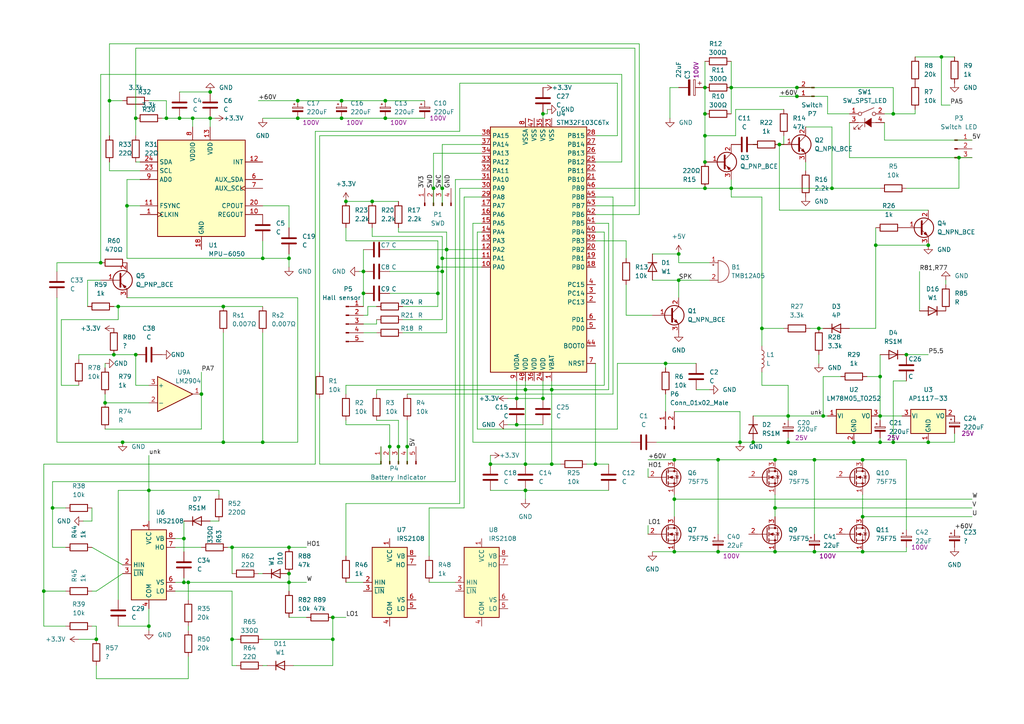
<source format=kicad_sch>
(kicad_sch (version 20211123) (generator eeschema)
  (paper "A4")
  (junction (at 196.85 81.28))
  (junction (at -19.05 92.71))
  (junction (at 204.47 46.99))
  (junction (at 255.27 120.65))
  (junction (at 15.24 147.32))
  (junction (at 53.34 168.91))
  (junction (at 43.18 142.24))
  (junction (at 231.14 25.4))
  (junction (at 195.58 144.78))
  (junction (at 152.4 134.62))
  (junction (at 226.06 41.91))
  (junction (at 142.24 134.62))
  (junction (at -66.04 81.28))
  (junction (at -19.05 128.27))
  (junction (at 34.29 88.9))
  (junction (at 58.42 114.3))
  (junction (at 160.02 113.03))
  (junction (at 208.28 160.02))
  (junction (at 149.86 123.19))
  (junction (at 195.58 160.02))
  (junction (at 67.31 158.75))
  (junction (at 76.2 128.27))
  (junction (at 54.61 168.91))
  (junction (at 157.48 33.02))
  (junction (at 241.3 54.61))
  (junction (at 86.36 34.29))
  (junction (at -87.63 124.46))
  (junction (at 64.77 128.27))
  (junction (at 86.36 29.21))
  (junction (at 127 85.09))
  (junction (at 212.09 54.61))
  (junction (at 99.06 34.29))
  (junction (at -31.75 92.71))
  (junction (at -66.04 92.71))
  (junction (at 29.21 76.2))
  (junction (at 160.02 134.62))
  (junction (at 228.6 120.65))
  (junction (at 269.24 128.27))
  (junction (at -64.77 121.92))
  (junction (at 224.79 147.32))
  (junction (at 83.82 166.37))
  (junction (at 204.47 39.37))
  (junction (at 214.63 128.27))
  (junction (at 273.05 16.51))
  (junction (at 259.08 128.27))
  (junction (at 129.54 72.39))
  (junction (at 48.26 34.29))
  (junction (at 236.22 160.02))
  (junction (at 127 77.47))
  (junction (at 60.96 34.29))
  (junction (at 255.27 128.27))
  (junction (at 196.85 73.66))
  (junction (at 27.94 185.42))
  (junction (at 115.57 129.54))
  (junction (at -77.47 92.71))
  (junction (at 76.2 74.93))
  (junction (at 247.65 128.27))
  (junction (at 237.49 95.25))
  (junction (at 204.47 25.4))
  (junction (at 31.75 29.21))
  (junction (at 212.09 25.4))
  (junction (at 33.02 102.87))
  (junction (at 254 71.12))
  (junction (at 128.27 74.93))
  (junction (at 193.04 105.41))
  (junction (at 96.52 179.07))
  (junction (at 157.48 115.57))
  (junction (at -43.18 123.19))
  (junction (at 172.72 134.62))
  (junction (at 128.27 54.61))
  (junction (at 67.31 185.42))
  (junction (at 96.52 185.42))
  (junction (at 262.89 102.87))
  (junction (at 250.19 149.86))
  (junction (at 224.79 160.02))
  (junction (at 218.44 128.27))
  (junction (at 12.7 171.45))
  (junction (at 152.4 142.24))
  (junction (at 100.33 58.42))
  (junction (at 195.58 133.35))
  (junction (at 152.4 113.03))
  (junction (at 231.14 27.94))
  (junction (at 220.98 95.25))
  (junction (at 208.28 133.35))
  (junction (at 64.77 88.9))
  (junction (at 228.6 128.27))
  (junction (at 278.13 45.72))
  (junction (at -86.36 76.2))
  (junction (at 55.88 34.29))
  (junction (at 105.41 78.74))
  (junction (at 83.82 168.91))
  (junction (at 224.79 133.35))
  (junction (at 269.24 71.12))
  (junction (at 53.34 156.21))
  (junction (at 83.82 158.75))
  (junction (at 99.06 29.21))
  (junction (at 39.37 34.29))
  (junction (at 60.96 26.67))
  (junction (at 128.27 78.74))
  (junction (at 113.03 129.54))
  (junction (at 236.22 133.35))
  (junction (at -64.77 129.54))
  (junction (at 105.41 85.09))
  (junction (at 111.76 34.29))
  (junction (at 83.82 74.93))
  (junction (at 250.19 133.35))
  (junction (at 111.76 29.21))
  (junction (at 204.47 54.61))
  (junction (at 204.47 33.02))
  (junction (at 107.95 58.42))
  (junction (at 149.86 115.57))
  (junction (at 238.76 120.65))
  (junction (at 255.27 109.22))
  (junction (at 39.37 102.87))
  (junction (at 43.18 181.61))
  (junction (at 52.07 34.29))
  (junction (at 36.83 59.69))
  (junction (at 250.19 160.02))
  (junction (at 118.11 129.54))
  (junction (at -66.04 73.66))
  (junction (at 30.48 116.84))
  (junction (at -19.05 120.65))
  (junction (at 125.73 54.61))
  (junction (at 259.08 33.02))
  (junction (at 35.56 128.27))
  (wire (pts (xy 39.37 111.76) (xy 43.18 111.76)))
  (wire (pts (xy 208.28 160.02) (xy 224.79 160.02)))
  (wire (pts (xy 111.76 29.21) (xy 123.19 29.21)))
  (wire (pts (xy 54.61 168.91) (xy 83.82 168.91)))
  (wire (pts (xy -34.29 115.57) (xy -43.18 115.57)))
  (wire (pts (xy 237.49 105.41) (xy 237.49 102.87)))
  (wire (pts (xy 34.29 88.9) (xy 64.77 88.9)))
  (wire (pts (xy 132.08 52.07) (xy 132.08 139.7)))
  (wire (pts (xy 109.22 114.3) (xy 109.22 113.03)))
  (wire (pts (xy 246.38 95.25) (xy 254 95.25)))
  (wire (pts (xy 128.27 78.74) (xy 128.27 92.71)))
  (wire (pts (xy 236.22 133.35) (xy 250.19 133.35)))
  (wire (pts (xy 105.41 93.98) (xy 109.22 93.98)))
  (wire (pts (xy -24.13 92.71) (xy -19.05 92.71)))
  (wire (pts (xy 22.86 185.42) (xy 27.94 185.42)))
  (wire (pts (xy 139.7 44.45) (xy 125.73 44.45)))
  (wire (pts (xy 36.83 86.36) (xy 86.36 86.36)))
  (wire (pts (xy 96.52 179.07) (xy 96.52 185.42)))
  (wire (pts (xy 128.27 54.61) (xy 128.27 59.69)))
  (wire (pts (xy 54.61 173.99) (xy 54.61 168.91)))
  (wire (pts (xy 196.85 86.36) (xy 196.85 81.28)))
  (wire (pts (xy 246.38 45.72) (xy 278.13 45.72)))
  (wire (pts (xy 50.8 156.21) (xy 53.34 156.21)))
  (wire (pts (xy 113.03 72.39) (xy 129.54 72.39)))
  (wire (pts (xy -77.47 107.95) (xy -66.04 107.95)))
  (wire (pts (xy 255.27 127) (xy 255.27 128.27)))
  (wire (pts (xy 177.8 57.15) (xy 172.72 57.15)))
  (wire (pts (xy -80.01 119.38) (xy -80.01 116.84)))
  (wire (pts (xy 220.98 57.15) (xy 220.98 95.25)))
  (wire (pts (xy 58.42 124.46) (xy 58.42 114.3)))
  (wire (pts (xy 195.58 119.38) (xy 214.63 119.38)))
  (wire (pts (xy 139.7 41.91) (xy 128.27 41.91)))
  (wire (pts (xy 137.16 128.27) (xy 182.88 128.27)))
  (wire (pts (xy -19.05 92.71) (xy -17.78 92.71)))
  (wire (pts (xy 30.48 114.3) (xy 30.48 116.84)))
  (wire (pts (xy 214.63 119.38) (xy 214.63 128.27)))
  (wire (pts (xy 227.33 39.37) (xy 227.33 41.91)))
  (wire (pts (xy 76.2 96.52) (xy 76.2 128.27)))
  (wire (pts (xy 53.34 167.64) (xy 53.34 168.91)))
  (wire (pts (xy 31.75 29.21) (xy 31.75 39.37)))
  (wire (pts (xy 278.13 45.72) (xy 281.94 45.72)))
  (wire (pts (xy 91.44 38.1) (xy 91.44 134.62)))
  (wire (pts (xy 36.83 59.69) (xy 36.83 74.93)))
  (wire (pts (xy 39.37 46.99) (xy 40.64 46.99)))
  (wire (pts (xy 118.11 114.3) (xy 177.8 114.3)))
  (wire (pts (xy -64.77 116.84) (xy -64.77 121.92)))
  (wire (pts (xy 236.22 160.02) (xy 250.19 160.02)))
  (wire (pts (xy 34.29 142.24) (xy 34.29 173.99)))
  (wire (pts (xy 12.7 181.61) (xy 19.05 181.61)))
  (wire (pts (xy 66.04 158.75) (xy 67.31 158.75)))
  (wire (pts (xy 54.61 190.5) (xy 54.61 196.85)))
  (wire (pts (xy 26.67 147.32) (xy 26.67 151.13)))
  (wire (pts (xy 83.82 74.93) (xy 83.82 77.47)))
  (wire (pts (xy 273.05 16.51) (xy 276.86 16.51)))
  (wire (pts (xy 17.78 111.76) (xy 22.86 111.76)))
  (wire (pts (xy -43.18 128.27) (xy -43.18 123.19)))
  (wire (pts (xy -66.04 92.71) (xy -69.85 92.71)))
  (wire (pts (xy 39.37 34.29) (xy 39.37 39.37)))
  (wire (pts (xy 228.6 120.65) (xy 228.6 121.92)))
  (wire (pts (xy 31.75 49.53) (xy 31.75 46.99)))
  (wire (pts (xy 15.24 147.32) (xy 15.24 158.75)))
  (wire (pts (xy 111.76 34.29) (xy 123.19 34.29)))
  (wire (pts (xy 116.84 88.9) (xy 127 88.9)))
  (wire (pts (xy -81.28 71.12) (xy -81.28 68.58)))
  (wire (pts (xy 53.34 168.91) (xy 54.61 168.91)))
  (wire (pts (xy 213.36 39.37) (xy 204.47 39.37)))
  (wire (pts (xy -66.04 81.28) (xy -86.36 81.28)))
  (wire (pts (xy 181.61 69.85) (xy 181.61 74.93)))
  (wire (pts (xy 196.85 76.2) (xy 205.74 76.2)))
  (wire (pts (xy 187.96 133.35) (xy 195.58 133.35)))
  (wire (pts (xy 157.48 33.02) (xy 157.48 34.29)))
  (wire (pts (xy 259.08 128.27) (xy 269.24 128.27)))
  (wire (pts (xy 31.75 29.21) (xy 31.75 12.7)))
  (wire (pts (xy 104.14 78.74) (xy 105.41 78.74)))
  (wire (pts (xy 250.19 160.02) (xy 262.89 160.02)))
  (wire (pts (xy 125.73 44.45) (xy 125.73 54.61)))
  (wire (pts (xy 259.08 110.49) (xy 259.08 128.27)))
  (wire (pts (xy 36.83 52.07) (xy 36.83 59.69)))
  (wire (pts (xy 124.46 168.91) (xy 132.08 168.91)))
  (wire (pts (xy 53.34 156.21) (xy 53.34 160.02)))
  (wire (pts (xy 157.48 115.57) (xy 149.86 115.57)))
  (wire (pts (xy 181.61 82.55) (xy 181.61 91.44)))
  (wire (pts (xy 220.98 95.25) (xy 220.98 100.33)))
  (wire (pts (xy 250.19 133.35) (xy 262.89 133.35)))
  (wire (pts (xy 100.33 123.19) (xy 100.33 121.92)))
  (wire (pts (xy 224.79 143.51) (xy 224.79 147.32)))
  (wire (pts (xy 113.03 78.74) (xy 128.27 78.74)))
  (wire (pts (xy 180.34 21.59) (xy 29.21 21.59)))
  (wire (pts (xy 234.95 95.25) (xy 237.49 95.25)))
  (wire (pts (xy 110.49 134.62) (xy 92.71 134.62)))
  (wire (pts (xy 255.27 102.87) (xy 255.27 109.22)))
  (wire (pts (xy 64.77 128.27) (xy 76.2 128.27)))
  (wire (pts (xy 139.7 52.07) (xy 132.08 52.07)))
  (wire (pts (xy 76.2 193.04) (xy 77.47 193.04)))
  (wire (pts (xy 139.7 54.61) (xy 133.35 54.61)))
  (wire (pts (xy -31.75 107.95) (xy -19.05 107.95)))
  (wire (pts (xy 127 85.09) (xy 127 77.47)))
  (wire (pts (xy 16.51 86.36) (xy 16.51 128.27)))
  (wire (pts (xy 133.35 146.05) (xy 100.33 146.05)))
  (wire (pts (xy 48.26 29.21) (xy 48.26 34.29)))
  (wire (pts (xy 172.72 59.69) (xy 184.15 59.69)))
  (wire (pts (xy 233.68 36.83) (xy 241.3 36.83)))
  (wire (pts (xy 133.35 38.1) (xy 91.44 38.1)))
  (wire (pts (xy 124.46 147.32) (xy 124.46 161.29)))
  (wire (pts (xy 278.13 54.61) (xy 278.13 45.72)))
  (wire (pts (xy 25.4 81.28) (xy 25.4 88.9)))
  (wire (pts (xy 43.18 132.08) (xy 43.18 142.24)))
  (wire (pts (xy 138.43 124.46) (xy 179.07 124.46)))
  (wire (pts (xy 15.24 139.7) (xy 132.08 139.7)))
  (wire (pts (xy 281.94 40.64) (xy 256.54 40.64)))
  (wire (pts (xy 100.33 123.19) (xy 113.03 123.19)))
  (wire (pts (xy 50.8 171.45) (xy 67.31 171.45)))
  (wire (pts (xy 256.54 40.64) (xy 256.54 35.56)))
  (wire (pts (xy 238.76 109.22) (xy 238.76 120.65)))
  (wire (pts (xy 39.37 102.87) (xy 39.37 111.76)))
  (wire (pts (xy 139.7 64.77) (xy 137.16 64.77)))
  (wire (pts (xy 50.8 168.91) (xy 53.34 168.91)))
  (wire (pts (xy 83.82 158.75) (xy 88.9 158.75)))
  (wire (pts (xy -66.04 67.31) (xy -66.04 73.66)))
  (wire (pts (xy 115.57 66.04) (xy 115.57 67.31)))
  (wire (pts (xy 83.82 166.37) (xy 83.82 168.91)))
  (wire (pts (xy 31.75 49.53) (xy 40.64 49.53)))
  (wire (pts (xy 92.71 39.37) (xy 139.7 39.37)))
  (wire (pts (xy 179.07 105.41) (xy 193.04 105.41)))
  (wire (pts (xy 172.72 69.85) (xy 181.61 69.85)))
  (wire (pts (xy 224.79 147.32) (xy 224.79 149.86)))
  (wire (pts (xy 86.36 29.21) (xy 99.06 29.21)))
  (wire (pts (xy 109.22 121.92) (xy 115.57 121.92)))
  (wire (pts (xy 228.6 111.76) (xy 220.98 111.76)))
  (wire (pts (xy 58.42 107.95) (xy 58.42 114.3)))
  (wire (pts (xy 259.08 33.02) (xy 256.54 33.02)))
  (wire (pts (xy -19.05 128.27) (xy -43.18 128.27)))
  (wire (pts (xy 62.23 34.29) (xy 60.96 34.29)))
  (wire (pts (xy 16.51 78.74) (xy 16.51 76.2)))
  (wire (pts (xy 12.7 171.45) (xy 19.05 171.45)))
  (wire (pts (xy 105.41 96.52) (xy 109.22 96.52)))
  (wire (pts (xy 67.31 185.42) (xy 67.31 171.45)))
  (wire (pts (xy 227.33 31.75) (xy 213.36 31.75)))
  (wire (pts (xy 142.24 134.62) (xy 152.4 134.62)))
  (wire (pts (xy 195.58 144.78) (xy 195.58 149.86)))
  (wire (pts (xy 100.33 66.04) (xy 100.33 69.85)))
  (wire (pts (xy 115.57 129.54) (xy 115.57 134.62)))
  (wire (pts (xy 243.84 109.22) (xy 238.76 109.22)))
  (wire (pts (xy 26.67 181.61) (xy 27.94 181.61)))
  (wire (pts (xy 157.48 110.49) (xy 157.48 115.57)))
  (wire (pts (xy -87.63 129.54) (xy -87.63 124.46)))
  (wire (pts (xy 265.43 33.02) (xy 259.08 33.02)))
  (wire (pts (xy 26.67 171.45) (xy 27.94 171.45)))
  (wire (pts (xy 265.43 33.02) (xy 265.43 31.75)))
  (wire (pts (xy 147.32 115.57) (xy 149.86 115.57)))
  (wire (pts (xy 12.7 171.45) (xy 12.7 181.61)))
  (wire (pts (xy 255.27 109.22) (xy 255.27 120.65)))
  (wire (pts (xy 233.68 46.99) (xy 233.68 49.53)))
  (wire (pts (xy 276.86 125.73) (xy 276.86 128.27)))
  (wire (pts (xy 85.09 193.04) (xy 96.52 193.04)))
  (wire (pts (xy 133.35 54.61) (xy 133.35 146.05)))
  (wire (pts (xy 250.19 149.86) (xy 281.94 149.86)))
  (wire (pts (xy 213.36 31.75) (xy 213.36 39.37)))
  (wire (pts (xy 100.33 69.85) (xy 127 69.85)))
  (wire (pts (xy 27.94 193.04) (xy 27.94 196.85)))
  (wire (pts (xy 40.64 52.07) (xy 36.83 52.07)))
  (wire (pts (xy 40.64 59.69) (xy 36.83 59.69)))
  (wire (pts (xy 276.86 128.27) (xy 269.24 128.27)))
  (wire (pts (xy 74.93 166.37) (xy 76.2 166.37)))
  (wire (pts (xy 105.41 85.09) (xy 105.41 88.9)))
  (wire (pts (xy 106.68 91.44) (xy 106.68 88.9)))
  (wire (pts (xy 43.18 176.53) (xy 43.18 181.61)))
  (wire (pts (xy 115.57 121.92) (xy 115.57 129.54)))
  (wire (pts (xy 100.33 146.05) (xy 100.33 161.29)))
  (wire (pts (xy 64.77 96.52) (xy 64.77 128.27)))
  (wire (pts (xy 212.09 25.4) (xy 231.14 25.4)))
  (wire (pts (xy 262.89 54.61) (xy 278.13 54.61)))
  (wire (pts (xy 50.8 158.75) (xy 58.42 158.75)))
  (wire (pts (xy 201.93 105.41) (xy 193.04 105.41)))
  (wire (pts (xy 214.63 128.27) (xy 218.44 128.27)))
  (wire (pts (xy 147.32 123.19) (xy 149.86 123.19)))
  (wire (pts (xy 76.2 59.69) (xy 83.82 59.69)))
  (wire (pts (xy 274.32 81.28) (xy 274.32 82.55)))
  (wire (pts (xy 224.79 160.02) (xy 236.22 160.02)))
  (wire (pts (xy 231.14 27.94) (xy 226.06 27.94)))
  (wire (pts (xy 116.84 92.71) (xy 128.27 92.71)))
  (wire (pts (xy 100.33 58.42) (xy 107.95 58.42)))
  (wire (pts (xy -86.36 81.28) (xy -86.36 76.2)))
  (wire (pts (xy 219.71 41.91) (xy 218.44 41.91)))
  (wire (pts (xy -19.05 107.95) (xy -19.05 92.71)))
  (wire (pts (xy 127 77.47) (xy 139.7 77.47)))
  (wire (pts (xy 259.08 110.49) (xy 262.89 110.49)))
  (wire (pts (xy 184.15 13.97) (xy 39.37 13.97)))
  (wire (pts (xy 184.15 59.69) (xy 184.15 13.97)))
  (wire (pts (xy -80.01 116.84) (xy -87.63 116.84)))
  (wire (pts (xy 60.96 34.29) (xy 60.96 36.83)))
  (wire (pts (xy 128.27 68.58) (xy 128.27 74.93)))
  (wire (pts (xy 105.41 78.74) (xy 105.41 85.09)))
  (wire (pts (xy 175.26 111.76) (xy 175.26 67.31)))
  (wire (pts (xy 172.72 67.31) (xy 175.26 67.31)))
  (wire (pts (xy 100.33 168.91) (xy 105.41 168.91)))
  (wire (pts (xy 262.89 160.02) (xy 262.89 158.75)))
  (wire (pts (xy 12.7 134.62) (xy 12.7 171.45)))
  (wire (pts (xy 128.27 74.93) (xy 139.7 74.93)))
  (wire (pts (xy 236.22 154.94) (xy 236.22 133.35)))
  (wire (pts (xy 83.82 59.69) (xy 83.82 66.04)))
  (wire (pts (xy 240.03 33.02) (xy 240.03 27.94)))
  (wire (pts (xy 204.47 33.02) (xy 204.47 39.37)))
  (wire (pts (xy 16.51 76.2) (xy 29.21 76.2)))
  (wire (pts (xy -66.04 107.95) (xy -66.04 92.71)))
  (wire (pts (xy -66.04 81.28) (xy -57.15 81.28)))
  (wire (pts (xy 115.57 67.31) (xy 129.54 67.31)))
  (wire (pts (xy 113.03 85.09) (xy 127 85.09)))
  (wire (pts (xy 22.86 104.14) (xy 22.86 102.87)))
  (wire (pts (xy 17.78 92.71) (xy 34.29 92.71)))
  (wire (pts (xy 48.26 34.29) (xy 52.07 34.29)))
  (wire (pts (xy 237.49 95.25) (xy 238.76 95.25)))
  (wire (pts (xy 218.44 120.65) (xy 228.6 120.65)))
  (wire (pts (xy 106.68 88.9) (xy 109.22 88.9)))
  (wire (pts (xy 241.3 36.83) (xy 241.3 54.61)))
  (wire (pts (xy 34.29 181.61) (xy 43.18 181.61)))
  (wire (pts (xy 196.85 81.28) (xy 205.74 81.28)))
  (wire (pts (xy 228.6 127) (xy 228.6 128.27)))
  (wire (pts (xy 129.54 72.39) (xy 139.7 72.39)))
  (wire (pts (xy 15.24 147.32) (xy 19.05 147.32)))
  (wire (pts (xy 29.21 81.28) (xy 25.4 81.28)))
  (wire (pts (xy 231.14 25.4) (xy 259.08 25.4)))
  (wire (pts (xy 181.61 91.44) (xy 189.23 91.44)))
  (wire (pts (xy 76.2 185.42) (xy 96.52 185.42)))
  (wire (pts (xy 152.4 113.03) (xy 160.02 113.03)))
  (wire (pts (xy 76.2 74.93) (xy 83.82 74.93)))
  (wire (pts (xy 67.31 158.75) (xy 67.31 166.37)))
  (wire (pts (xy 109.22 113.03) (xy 152.4 113.03)))
  (wire (pts (xy 208.28 133.35) (xy 224.79 133.35)))
  (wire (pts (xy 107.95 66.04) (xy 107.95 68.58)))
  (wire (pts (xy 224.79 133.35) (xy 236.22 133.35)))
  (wire (pts (xy 15.24 158.75) (xy 19.05 158.75)))
  (wire (pts (xy 179.07 39.37) (xy 179.07 24.13)))
  (wire (pts (xy 107.95 58.42) (xy 115.57 58.42)))
  (wire (pts (xy 134.62 147.32) (xy 124.46 147.32)))
  (wire (pts (xy 176.53 113.03) (xy 176.53 64.77)))
  (wire (pts (xy 139.7 67.31) (xy 138.43 67.31)))
  (wire (pts (xy 43.18 142.24) (xy 34.29 142.24)))
  (wire (pts (xy 255.27 120.65) (xy 261.62 120.65)))
  (wire (pts (xy 246.38 33.02) (xy 240.03 33.02)))
  (wire (pts (xy 160.02 113.03) (xy 160.02 134.62)))
  (wire (pts (xy 105.41 72.39) (xy 105.41 78.74)))
  (wire (pts (xy 160.02 113.03) (xy 176.53 113.03)))
  (wire (pts (xy 74.93 29.21) (xy 86.36 29.21)))
  (wire (pts (xy 228.6 128.27) (xy 247.65 128.27)))
  (wire (pts (xy 83.82 74.93) (xy 83.82 73.66)))
  (wire (pts (xy 64.77 128.27) (xy 35.56 128.27)))
  (wire (pts (xy 152.4 134.62) (xy 160.02 134.62)))
  (wire (pts (xy 247.65 128.27) (xy 255.27 128.27)))
  (wire (pts (xy 43.18 29.21) (xy 48.26 29.21)))
  (wire (pts (xy 262.89 102.87) (xy 269.24 102.87)))
  (wire (pts (xy 134.62 57.15) (xy 134.62 147.32)))
  (wire (pts (xy 26.67 151.13) (xy 24.13 151.13)))
  (wire (pts (xy 273.05 30.48) (xy 273.05 16.51)))
  (wire (pts (xy 118.11 129.54) (xy 118.11 134.62)))
  (wire (pts (xy 76.2 34.29) (xy 86.36 34.29)))
  (wire (pts (xy 189.23 81.28) (xy 196.85 81.28)))
  (wire (pts (xy 189.23 73.66) (xy 196.85 73.66)))
  (wire (pts (xy 43.18 181.61) (xy 43.18 182.88)))
  (wire (pts (xy 196.85 25.4) (xy 194.31 25.4)))
  (wire (pts (xy 259.08 25.4) (xy 259.08 33.02)))
  (wire (pts (xy 52.07 34.29) (xy 55.88 34.29)))
  (wire (pts (xy 177.8 114.3) (xy 177.8 57.15)))
  (wire (pts (xy 129.54 67.31) (xy 129.54 72.39)))
  (wire (pts (xy 195.58 160.02) (xy 208.28 160.02)))
  (wire (pts (xy 63.5 151.13) (xy 60.96 151.13)))
  (wire (pts (xy 204.47 39.37) (xy 204.47 46.99)))
  (wire (pts (xy 67.31 185.42) (xy 68.58 185.42)))
  (wire (pts (xy 113.03 123.19) (xy 113.03 129.54)))
  (wire (pts (xy 110.49 129.54) (xy 110.49 134.62)))
  (wire (pts (xy 128.27 74.93) (xy 128.27 78.74)))
  (wire (pts (xy 53.34 151.13) (xy 53.34 156.21)))
  (wire (pts (xy -63.5 92.71) (xy -66.04 92.71)))
  (wire (pts (xy -87.63 124.46) (xy -80.01 124.46)))
  (wire (pts (xy 99.06 29.21) (xy 111.76 29.21)))
  (wire (pts (xy 158.75 31.75) (xy 158.75 33.02)))
  (wire (pts (xy 52.07 26.67) (xy 60.96 26.67)))
  (wire (pts (xy 254 71.12) (xy 269.24 71.12)))
  (wire (pts (xy 63.5 142.24) (xy 63.5 143.51)))
  (wire (pts (xy 172.72 54.61) (xy 204.47 54.61)))
  (wire (pts (xy 30.48 124.46) (xy 58.42 124.46)))
  (wire (pts (xy 172.72 64.77) (xy 176.53 64.77)))
  (wire (pts (xy 33.02 102.87) (xy 39.37 102.87)))
  (wire (pts (xy 275.59 30.48) (xy 273.05 30.48)))
  (wire (pts (xy 113.03 129.54) (xy 113.03 134.62)))
  (wire (pts (xy 27.94 196.85) (xy 54.61 196.85)))
  (wire (pts (xy 190.5 128.27) (xy 214.63 128.27)))
  (wire (pts (xy 204.47 25.4) (xy 204.47 33.02)))
  (wire (pts (xy 99.06 34.29) (xy 111.76 34.29)))
  (wire (pts (xy 262.89 153.67) (xy 262.89 133.35)))
  (wire (pts (xy 46.99 34.29) (xy 48.26 34.29)))
  (wire (pts (xy 133.35 24.13) (xy 133.35 38.1)))
  (wire (pts (xy 67.31 193.04) (xy 67.31 185.42)))
  (wire (pts (xy 137.16 64.77) (xy 137.16 128.27)))
  (wire (pts (xy 128.27 41.91) (xy 128.27 54.61)))
  (wire (pts (xy -34.29 118.11) (xy -34.29 115.57)))
  (wire (pts (xy 179.07 124.46) (xy 179.07 105.41)))
  (wire (pts (xy 35.56 29.21) (xy 31.75 29.21)))
  (wire (pts (xy 15.24 139.7) (xy 15.24 147.32)))
  (wire (pts (xy 86.36 34.29) (xy 99.06 34.29)))
  (wire (pts (xy 76.2 128.27) (xy 86.36 128.27)))
  (wire (pts (xy 195.58 133.35) (xy 208.28 133.35)))
  (wire (pts (xy 208.28 133.35) (xy 208.28 154.94)))
  (wire (pts (xy 92.71 134.62) (xy 92.71 115.57)))
  (wire (pts (xy 160.02 113.03) (xy 160.02 110.49)))
  (wire (pts (xy 255.27 121.92) (xy 255.27 120.65)))
  (wire (pts (xy 240.03 120.65) (xy 238.76 120.65)))
  (wire (pts (xy 127 69.85) (xy 127 77.47)))
  (wire (pts (xy 172.72 39.37) (xy 179.07 39.37)))
  (wire (pts (xy 254 95.25) (xy 254 71.12)))
  (wire (pts (xy 250.19 143.51) (xy 250.19 149.86)))
  (wire (pts (xy 187.96 152.4) (xy 187.96 154.94)))
  (wire (pts (xy 54.61 182.88) (xy 54.61 181.61)))
  (wire (pts (xy 86.36 86.36) (xy 86.36 128.27)))
  (wire (pts (xy 220.98 111.76) (xy 220.98 107.95)))
  (wire (pts (xy 152.4 113.03) (xy 152.4 110.49)))
  (wire (pts (xy 34.29 88.9) (xy 33.02 88.9)))
  (wire (pts (xy 67.31 193.04) (xy 68.58 193.04)))
  (wire (pts (xy 36.83 74.93) (xy 76.2 74.93)))
  (wire (pts (xy -64.77 129.54) (xy -54.61 129.54)))
  (wire (pts (xy 220.98 95.25) (xy 227.33 95.25)))
  (wire (pts (xy 218.44 128.27) (xy 228.6 128.27)))
  (wire (pts (xy 34.29 92.71) (xy 34.29 88.9)))
  (wire (pts (xy 240.03 27.94) (xy 231.14 27.94)))
  (wire (pts (xy 212.09 25.4) (xy 212.09 33.02)))
  (wire (pts (xy 152.4 142.24) (xy 152.4 144.78)))
  (wire (pts (xy 170.18 134.62) (xy 172.72 134.62)))
  (wire (pts (xy 152.4 113.03) (xy 152.4 134.62)))
  (wire (pts (xy 152.4 142.24) (xy 176.53 142.24)))
  (wire (pts (xy 228.6 120.65) (xy 238.76 120.65)))
  (wire (pts (xy 251.46 109.22) (xy 255.27 109.22)))
  (wire (pts (xy -64.77 129.54) (xy -87.63 129.54)))
  (wire (pts (xy 118.11 121.92) (xy 118.11 129.54)))
  (wire (pts (xy 212.09 57.15) (xy 212.09 54.61)))
  (wire (pts (xy 212.09 54.61) (xy 241.3 54.61)))
  (wire (pts (xy 22.86 102.87) (xy 33.02 102.87)))
  (wire (pts (xy 246.38 35.56) (xy 246.38 45.72)))
  (wire (pts (xy 212.09 17.78) (xy 212.09 25.4)))
  (wire (pts (xy 109.22 93.98) (xy 109.22 92.71)))
  (wire (pts (xy 195.58 144.78) (xy 281.94 144.78)))
  (wire (pts (xy 195.58 143.51) (xy 195.58 144.78)))
  (wire (pts (xy 185.42 12.7) (xy 185.42 62.23)))
  (wire (pts (xy 160.02 134.62) (xy 162.56 134.62)))
  (wire (pts (xy 105.41 91.44) (xy 106.68 91.44)))
  (wire (pts (xy 96.52 179.07) (xy 100.33 179.07)))
  (wire (pts (xy 265.43 16.51) (xy 273.05 16.51)))
  (wire (pts (xy 212.09 52.07) (xy 212.09 54.61)))
  (wire (pts (xy 100.33 114.3) (xy 100.33 111.76)))
  (wire (pts (xy 180.34 46.99) (xy 180.34 21.59)))
  (wire (pts (xy 255.27 128.27) (xy 259.08 128.27)))
  (wire (pts (xy 92.71 39.37) (xy 92.71 107.95)))
  (wire (pts (xy 91.44 134.62) (xy 12.7 134.62)))
  (wire (pts (xy 228.6 111.76) (xy 228.6 120.65)))
  (wire (pts (xy -86.36 76.2) (xy -81.28 76.2)))
  (wire (pts (xy 149.86 110.49) (xy 149.86 115.57)))
  (wire (pts (xy 266.7 78.74) (xy 266.7 90.17)))
  (wire (pts (xy 224.79 147.32) (xy 281.94 147.32)))
  (wire (pts (xy 83.82 179.07) (xy 88.9 179.07)))
  (wire (pts (xy 204.47 17.78) (xy 204.47 25.4)))
  (wire (pts (xy 138.43 67.31) (xy 138.43 124.46)))
  (wire (pts (xy 27.94 181.61) (xy 27.94 185.42)))
  (wire (pts (xy 31.75 12.7) (xy 185.42 12.7)))
  (wire (pts (xy 27.94 171.45) (xy 35.56 166.37)))
  (wire (pts (xy 83.82 168.91) (xy 88.9 168.91)))
  (wire (pts (xy 107.95 68.58) (xy 128.27 68.58)))
  (wire (pts (xy 194.31 25.4) (xy 194.31 34.29)))
  (wire (pts (xy 30.48 105.41) (xy 30.48 106.68)))
  (wire (pts (xy 129.54 96.52) (xy 116.84 96.52)))
  (wire (pts (xy 172.72 46.99) (xy 180.34 46.99)))
  (wire (pts (xy 179.07 24.13) (xy 133.35 24.13)))
  (wire (pts (xy 220.98 57.15) (xy 212.09 57.15)))
  (wire (pts (xy 125.73 54.61) (xy 125.73 59.69)))
  (wire (pts (xy 63.5 142.24) (xy 43.18 142.24)))
  (wire (pts (xy -19.05 114.3) (xy -19.05 120.65)))
  (wire (pts (xy 55.88 34.29) (xy 55.88 36.83)))
  (wire (pts (xy 129.54 72.39) (xy 129.54 96.52)))
  (wire (pts (xy 254 66.04) (xy 254 71.12)))
  (wire (pts (xy 142.24 134.62) (xy 142.24 132.08)))
  (wire (pts (xy 64.77 88.9) (xy 76.2 88.9)))
  (wire (pts (xy 149.86 123.19) (xy 157.48 123.19)))
  (wire (pts (xy 226.06 60.96) (xy 226.06 41.91)))
  (wire (pts (xy 226.06 41.91) (xy 227.33 41.91)))
  (wire (pts (xy 172.72 134.62) (xy 176.53 134.62)))
  (wire (pts (xy 189.23 160.02) (xy 195.58 160.02)))
  (wire (pts (xy 187.96 135.89) (xy 187.96 138.43)))
  (wire (pts (xy -43.18 123.19) (xy -34.29 123.19)))
  (wire (pts (xy 16.51 128.27) (xy 35.56 128.27)))
  (wire (pts (xy 67.31 158.75) (xy 83.82 158.75)))
  (wire (pts (xy 193.04 114.3) (xy 193.04 119.38)))
  (wire (pts (xy 39.37 13.97) (xy 39.37 34.29)))
  (wire (pts (xy -81.28 68.58) (xy -86.36 68.58)))
  (wire (pts (xy 127 88.9) (xy 127 85.09)))
  (wire (pts (xy 43.18 142.24) (xy 43.18 151.13)))
  (wire (pts (xy 26.67 158.75) (xy 35.56 163.83)))
  (wire (pts (xy 172.72 105.41) (xy 172.72 134.62)))
  (wire (pts (xy 172.72 62.23) (xy 185.42 62.23)))
  (wire (pts (xy 30.48 116.84) (xy 43.18 116.84)))
  (wire (pts (xy 100.33 111.76) (xy 175.26 111.76)))
  (wire (pts (xy 142.24 142.24) (xy 152.4 142.24)))
  (wire (pts (xy 29.21 21.59) (xy 29.21 76.2)))
  (wire (pts (xy 76.2 69.85) (xy 76.2 74.93)))
  (wire (pts (xy 201.93 113.03) (xy 205.74 113.03)))
  (wire (pts (xy 139.7 57.15) (xy 134.62 57.15)))
  (wire (pts (xy 241.3 54.61) (xy 255.27 54.61)))
  (wire (pts (xy 60.96 34.29) (xy 55.88 34.29)))
  (wire (pts (xy -19.05 128.27) (xy -10.16 128.27)))
  (wire (pts (xy 96.52 193.04) (xy 96.52 185.42)))
  (wire (pts (xy 196.85 73.66) (xy 196.85 76.2)))
  (wire (pts (xy 83.82 168.91) (xy 83.82 171.45)))
  (wire (pts (xy 193.04 105.41) (xy 193.04 106.68)))
  (wire (pts (xy 269.24 60.96) (xy 226.06 60.96)))
  (wire (pts (xy 204.47 54.61) (xy 212.09 54.61)))
  (wire (pts (xy 17.78 92.71) (xy 17.78 111.76)))
  (wire (pts (xy 158.75 33.02) (xy 157.48 33.02)))
  (label "W" (at 88.9 168.91 0))
  (label "+60V" (at 276.86 153.67 0))
  (label "SPK" (at 196.85 81.28 0))
  (label "P5.5" (at 269.24 102.87 0))
  (label "PA6" (at -19.05 114.3 0))
  (label "+60V" (at -58.42 48.26 0))
  (label "unk" (at 234.95 120.65 0))
  (label "5V" (at 281.94 40.64 0))
  (label "5V" (at 120.65 129.54 90))
  (label "+60V" (at 187.96 133.35 0))
  (label "SWC" (at 128.27 54.61 90))
  (label "unk" (at 43.18 132.08 0))
  (label "PA7" (at 58.42 107.95 0))
  (label "+60V" (at -48.26 48.26 0))
  (label "R81,R77" (at 266.7 78.74 0))
  (label "GND" (at 130.81 54.61 90))
  (label "U" (at 281.94 149.86 0))
  (label "3V3" (at 123.19 54.61 90))
  (label "+60V" (at -69.85 48.26 0))
  (label "+60V" (at 74.93 29.21 0))
  (label "LO1" (at 187.96 152.4 0))
  (label "W" (at 281.94 144.78 0))
  (label "HO1" (at 187.96 135.89 0))
  (label "V" (at 281.94 147.32 0))
  (label "PB1" (at -66.04 67.31 0))
  (label "+60V" (at -87.63 48.26 0))
  (label "+60V" (at 226.06 27.94 0))
  (label "PB0" (at -64.77 116.84 0))
  (label "SWD" (at 125.73 54.61 90))
  (label "HO1" (at 88.9 158.75 0))
  (label "LO1" (at 100.33 179.07 0))
  (label "PA5" (at 275.59 30.48 0))
  (symbol (lib_id "Device:C_Polarized_Small") (at 111.76 31.75 0) (unit 1)
    (property "Reference" "C13" (at 114.3 29.9338 0) (effects (justify left)))
    (property "Value" "220uF" (at 114.3 32.4738 0) (effects (justify left)))
    (property "Voltage" "100V" (at 115.57 35.56 0))
  )
  (symbol (lib_id "power:GND") (at 46.99 102.87 90) (unit 1)
    (property "Reference" "#PWR?" (effects hide))
    (property "Value" "GND" (at 49.53 102.87 90) (effects (justify right)))
  )
  (symbol (lib_id "Device:R") (at -10.16 124.46 0) (unit 1)
    (property "Reference" "R85" (at -7.62 123.1899 0) (effects (justify left)))
    (property "Value" "1k" (at -7.62 125.7299 0) (effects (justify left)))
  )
  (symbol (lib_id "Device:C") (at 43.18 102.87 90) (unit 1)
    (property "Reference" "C38" (at 43.18 95.25 90))
    (property "Value" "C" (at 43.18 97.79 90))
  )
  (symbol (lib_id "Device:C") (at 152.4 138.43 0) (unit 1)
    (property "Reference" "C14" (at 156.21 137.1599 0) (effects (justify left)))
    (property "Value" "C" (at 156.21 139.6999 0) (effects (justify left)))
  )
  (symbol (lib_id "Device:R") (at 22.86 158.75 90) (unit 1)
    (property "Reference" "R44" (at 21.59 156.21 0) (effects (justify left)))
    (property "Value" "1k" (at 24.13 156.21 0) (effects (justify left)))
  )
  (symbol (lib_id "Device:C") (at 34.29 177.8 0) (unit 1)
    (property "Reference" "C29" (at 38.1 176.5299 0) (effects (justify left)))
    (property "Value" "C" (at 38.1 179.0699 0) (effects (justify left)))
  )
  (symbol (lib_id "Device:Q_NPN_BCE") (at 194.31 91.44 0) (unit 1)
    (property "Reference" "Q1" (at 199.39 90.1699 0) (effects (justify left)))
    (property "Value" "Q_NPN_BCE" (at 199.39 92.7099 0) (effects (justify left)))
  )
  (symbol (lib_id "power:GND") (at -87.63 55.88 0) (unit 1)
    (property "Reference" "#PWR?" (effects hide))
    (property "Value" "GND" (at -85.09 57.1499 0) (effects (justify left)))
  )
  (symbol (lib_id "power:GND") (at 276.86 158.75 0) (unit 1)
    (property "Reference" "#PWR?" (effects hide))
    (property "Value" "GND" (at 276.86 163.83 0))
  )
  (symbol (lib_id "Device:C_Polarized_Small") (at 276.86 123.19 0) (unit 1)
    (property "Reference" "C24" (at 279.4 121.3738 0) (effects (justify left)))
    (property "Value" "220uF" (at 279.4 123.9138 0) (effects (justify left)))
    (property "Voltage" "25V" (at 280.67 125.73 0))
  )
  (symbol (lib_id "Switch:SW_SPST_LED") (at 251.46 35.56 0) (unit 1)
    (property "Reference" "SW1" (at 250.825 26.67 0))
    (property "Value" "SW_SPST_LED" (at 250.825 29.21 0))
  )
  (symbol (lib_id "Device:R") (at 204.47 50.8 180) (unit 1)
    (property "Reference" "R15" (at 201.93 52.0701 0) (effects (justify left)))
    (property "Value" "220Ω" (at 203.2 49.53 0) (effects (justify left)))
  )
  (symbol (lib_id "power:GND") (at -63.5 92.71 90) (unit 1)
    (property "Reference" "#PWR?" (effects hide))
    (property "Value" "GND" (at -60.96 92.71 90) (effects (justify right)))
  )
  (symbol (lib_id "power:GND") (at 76.2 34.29 0) (unit 1)
    (property "Reference" "#PWR0101" (effects hide))
    (property "Value" "GND" (at 76.2 39.37 0))
  )
  (symbol (lib_id "Device:R") (at 265.43 20.32 0) (unit 1)
    (property "Reference" "R8" (at 267.97 19.0499 0) (effects (justify left)))
    (property "Value" "20k" (at 267.97 21.5899 0) (effects (justify left)))
  )
  (symbol (lib_id "Transistor_FET:2N7000") (at 222.25 138.43 0) (unit 1)
    (property "Reference" "Q8" (at 228.6 137.1599 0) (effects (justify left)))
    (property "Value" "75F75" (at 228.6 139.6999 0) (effects (justify left)))
    (property "Footprint" "Package_TO_SOT_THT:TO-92_Inline" (effects hide))
    (property "Datasheet" "https://www.vishay.com/docs/70226/70226.pdf" (effects hide))
  )
  (symbol (lib_id "Device:C") (at 60.96 30.48 0) (unit 1)
    (property "Reference" "C6" (at 64.77 29.2099 0) (effects (justify left)))
    (property "Value" "C" (at 64.77 31.7499 0) (effects (justify left)))
  )
  (symbol (lib_id "power:+3.3V") (at 142.24 132.08 270) (unit 1)
    (property "Reference" "#PWR?" (effects hide))
    (property "Value" "+3.3V" (at 144.78 132.08 90) (effects (justify left)))
  )
  (symbol (lib_id "Device:C_Polarized") (at 200.66 25.4 270) (unit 1)
    (property "Reference" "C3" (at 199.39 20.32 0) (effects (justify left)))
    (property "Value" "22uF" (at 196.85 17.78 0) (effects (justify left)))
    (property "Voltage" "100V" (at 201.93 20.32 0))
  )
  (symbol (lib_id "Device:C") (at 149.86 119.38 0) (unit 1)
    (property "Reference" "C15" (at 143.51 118.11 0) (effects (justify left)))
    (property "Value" "C" (at 146.05 120.65 0) (effects (justify left)))
  )
  (symbol (lib_id "power:+3.3V") (at 22.86 185.42 90) (unit 1)
    (property "Reference" "#PWR?" (effects hide))
    (property "Value" "+3.3V" (at 19.05 185.42 90) (effects (justify left)))
  )
  (symbol (lib_id "Device:R") (at -57.15 77.47 0) (unit 1)
    (property "Reference" "R55" (at -54.61 76.1999 0) (effects (justify left)))
    (property "Value" "1k" (at -54.61 78.7399 0) (effects (justify left)))
  )
  (symbol (lib_id "power:GND") (at 158.75 31.75 90) (unit 1)
    (property "Reference" "#PWR?" (effects hide))
    (property "Value" "GND" (at 162.56 31.7499 90) (effects (justify right)))
  )
  (symbol (lib_id "Device:R") (at 208.28 17.78 90) (unit 1)
    (property "Reference" "R12" (at 209.55 12.7 90) (effects (justify left)))
    (property "Value" "300Ω" (at 210.82 15.24 90) (effects (justify left)))
  )
  (symbol (lib_id "Device:C_Polarized") (at -87.63 52.07 0) (unit 1)
    (property "Reference" "C39" (at -82.55 49.9109 0) (effects (justify left)))
    (property "Value" "22uF" (at -82.55 52.4509 0) (effects (justify left)))
    (property "Voltage" "100V" (at -80.01 54.61 0))
  )
  (symbol (lib_id "Device:R") (at 83.82 175.26 0) (unit 1)
    (property "Reference" "R82" (at 86.36 173.9899 0) (effects (justify left)))
    (property "Value" "10k" (at 86.36 176.5299 0) (effects (justify left)))
  )
  (symbol (lib_id "Connector:Conn_01x02_Male") (at 193.04 124.46 90) (unit 1)
    (property "Reference" "P6" (at 194.31 114.3 90) (effects (justify right)))
    (property "Value" "Conn_01x02_Male" (at 194.31 116.84 90) (effects (justify right)))
  )
  (symbol (lib_id "Device:R") (at 33.02 99.06 0) (unit 1)
    (property "Reference" "R80" (at 35.56 97.7899 0) (effects (justify left)))
    (property "Value" "?" (at 35.56 100.3299 0) (effects (justify left)))
  )
  (symbol (lib_id "Device:R") (at 113.03 88.9 90) (unit 1)
    (property "Reference" "R24" (at 118.11 87.63 90))
    (property "Value" "R" (at 121.92 87.63 90))
  )
  (symbol (lib_id "Device:D") (at -43.18 119.38 90) (unit 1)
    (property "Reference" "D16" (at -40.64 118.1099 90) (effects (justify right)))
    (property "Value" "W1" (at -40.64 120.6499 90) (effects (justify right)))
  )
  (symbol (lib_id "Device:R") (at 233.68 53.34 0) (unit 1)
    (property "Reference" "R16" (at 236.22 52.0699 0) (effects (justify left)))
    (property "Value" "2.2k" (at 236.22 54.6099 0) (effects (justify left)))
  )
  (symbol (lib_id "Device:R") (at 92.71 111.76 0) (unit 1)
    (property "Reference" "R1" (at 95.25 110.4899 0) (effects (justify left)))
    (property "Value" "10k" (at 95.25 113.0299 0) (effects (justify left)))
  )
  (symbol (lib_id "power:GND") (at 205.74 113.03 90) (unit 1)
    (property "Reference" "#PWR?" (effects hide))
    (property "Value" "GND" (at 209.55 113.0299 90) (effects (justify right)))
  )
  (symbol (lib_id "Device:R") (at 259.08 54.61 90) (unit 1)
    (property "Reference" "R5" (at 259.08 48.26 90))
    (property "Value" "10k" (at 259.08 50.8 90))
  )
  (symbol (lib_id "power:GND") (at 194.31 34.29 0) (unit 1)
    (property "Reference" "#PWR0102" (effects hide))
    (property "Value" "GND" (at 196.85 35.5599 0) (effects (justify left)))
  )
  (symbol (lib_id "Connector:Conn_01x03_Male") (at 276.86 43.18 0) (unit 1)
    (property "Reference" "P3" (at 278.13 34.29 0))
    (property "Value" "Switch LED" (at 278.13 36.83 0))
  )
  (symbol (lib_id "power:GND") (at 24.13 151.13 270) (unit 1)
    (property "Reference" "#PWR?" (effects hide))
    (property "Value" "GND" (at 16.51 151.13 90) (effects (justify left)))
  )
  (symbol (lib_id "Device:C") (at 83.82 69.85 0) (unit 1)
    (property "Reference" "C19" (at 87.63 68.5799 0) (effects (justify left)))
    (property "Value" "C" (at 87.63 71.1199 0) (effects (justify left)))
  )
  (symbol (lib_id "Device:R") (at 109.22 118.11 0) (unit 1)
    (property "Reference" "R3" (at 111.76 116.8399 0) (effects (justify left)))
    (property "Value" "10k" (at 111.76 119.3799 0) (effects (justify left)))
  )
  (symbol (lib_id "Device:C_Polarized_Small") (at 99.06 31.75 0) (unit 1)
    (property "Reference" "C16" (at 101.6 29.9338 0) (effects (justify left)))
    (property "Value" "220uF" (at 101.6 32.4738 0) (effects (justify left)))
    (property "Voltage" "100V" (at 102.87 35.56 0))
  )
  (symbol (lib_id "Device:R") (at 113.03 92.71 90) (unit 1)
    (property "Reference" "R21" (at 118.11 91.44 90))
    (property "Value" "R" (at 121.92 91.44 90))
  )
  (symbol (lib_id "power:GND") (at 152.4 144.78 0) (unit 1)
    (property "Reference" "#PWR?" (effects hide))
    (property "Value" "GND" (at 152.4 149.86 0))
  )
  (symbol (lib_id "Transistor_FET:2N7000") (at 222.25 154.94 0) (unit 1)
    (property "Reference" "Q9" (at 228.6 153.6699 0) (effects (justify left)))
    (property "Value" "75F75" (at 228.6 156.2099 0) (effects (justify left)))
    (property "Footprint" "Package_TO_SOT_THT:TO-92_Inline" (effects hide))
    (property "Datasheet" "https://www.vishay.com/docs/70226/70226.pdf" (effects hide))
  )
  (symbol (lib_id "power:GND") (at 214.63 128.27 0) (unit 1)
    (property "Reference" "#PWR?" (effects hide))
    (property "Value" "GND" (at 217.17 129.5399 0) (effects (justify left)))
  )
  (symbol (lib_id "power:+3.3V") (at -31.75 92.71 90) (unit 1)
    (property "Reference" "#PWR?" (effects hide))
    (property "Value" "+3.3V" (at -35.56 92.7099 90) (effects (justify left)))
  )
  (symbol (lib_id "Device:C") (at 157.48 29.21 0) (unit 1)
    (property "Reference" "C27" (at 161.29 27.9399 0) (effects (justify left)))
    (property "Value" "C" (at 161.29 30.4799 0) (effects (justify left)))
  )
  (symbol (lib_id "power:GND") (at -57.15 73.66 180) (unit 1)
    (property "Reference" "#PWR?" (effects hide))
    (property "Value" "GND" (at -57.15 71.12 90) (effects (justify right)))
  )
  (symbol (lib_id "Device:C_Polarized_Small") (at 228.6 124.46 0) (unit 1)
    (property "Reference" "C20" (at 231.14 122.6438 0) (effects (justify left)))
    (property "Value" "220uF" (at 231.14 124.46 0) (effects (justify left)))
    (property "Voltage" "25V" (at 232.41 127 0))
  )
  (symbol (lib_id "Device:R") (at 115.57 62.23 0) (unit 1)
    (property "Reference" "R17" (at 118.11 60.9599 0) (effects (justify left)))
    (property "Value" "2.2k" (at 118.11 63.4999 0) (effects (justify left)))
  )
  (symbol (lib_id "Amplifier_Operational:LM2904") (at -29.21 100.33 0) (unit 3)
    (property "Reference" "U9" (at -30.48 99.0599 0) (effects (justify left)))
    (property "Value" "LM2904" (at -30.48 101.5999 0) (effects (justify left)))
    (property "Datasheet" "http://www.ti.com/lit/ds/symlink/lm358.pdf" (effects hide))
  )
  (symbol (lib_id "power:GND") (at 104.14 78.74 270) (unit 1)
    (property "Reference" "#PWR0104" (effects hide))
    (property "Value" "GND" (at 100.33 78.7399 90) (effects (justify right)))
  )
  (symbol (lib_id "Device:C_Polarized_Small") (at 236.22 157.48 0) (unit 1)
    (property "Reference" "C41" (at 238.76 155.6638 0) (effects (justify left)))
    (property "Value" "22uF" (at 238.76 158.2038 0) (effects (justify left)))
    (property "Voltage" "100V" (at 240.03 161.29 0))
  )
  (symbol (lib_id "Device:D") (at -87.63 120.65 90) (unit 1)
    (property "Reference" "D6" (at -85.09 119.3799 90) (effects (justify right)))
    (property "Value" "W1" (at -85.09 121.9199 90) (effects (justify right)))
  )
  (symbol (lib_id "Driver_FET:IRS2108") (at 139.7 168.91 0) (unit 1)
    (property "Reference" "U8" (at 141.7194 153.67 0) (effects (justify left)))
    (property "Value" "IRS2108" (at 141.7194 156.21 0) (effects (justify left)))
    (property "Datasheet" "https://www.infineon.com/dgdl/irs2108.pdf?fileId=5546d462533600a40153567649d627a8" (effects hide))
  )
  (symbol (lib_id "power:GND") (at 60.96 26.67 180) (unit 1)
    (property "Reference" "#PWR?" (effects hide))
    (property "Value" "GND" (at 63.5 25.3999 0) (effects (justify right)))
  )
  (symbol (lib_id "Device:R") (at 30.48 120.65 0) (unit 1)
    (property "Reference" "R74" (at 34.29 119.3799 0) (effects (justify left)))
    (property "Value" "R" (at 34.29 121.9199 0) (effects (justify left)))
  )
  (symbol (lib_id "Amplifier_Operational:LM2904") (at -74.93 100.33 0) (unit 3)
    (property "Reference" "U5" (at -76.2 99.0599 0) (effects (justify left)))
    (property "Value" "LM2904" (at -76.2 101.5999 0) (effects (justify left)))
    (property "Datasheet" "http://www.ti.com/lit/ds/symlink/lm358.pdf" (effects hide))
  )
  (symbol (lib_id "Device:D") (at -86.36 72.39 90) (unit 1)
    (property "Reference" "D5" (at -83.82 71.1199 90) (effects (justify right)))
    (property "Value" "W1" (at -83.82 73.6599 90) (effects (justify right)))
  )
  (symbol (lib_id "Device:Buzzer") (at 208.28 78.74 0) (unit 1)
    (property "Reference" "B1" (at 212.09 77.4699 0) (effects (justify left)))
    (property "Value" "TMB12A05" (at 212.09 80.0099 0) (effects (justify left)))
  )
  (symbol (lib_id "power:GND") (at 30.48 105.41 90) (unit 1)
    (property "Reference" "#PWR?" (effects hide))
    (property "Value" "GND" (at 33.02 105.41 90) (effects (justify right)))
  )
  (symbol (lib_id "Device:R") (at -54.61 125.73 0) (unit 1)
    (property "Reference" "R?" (at -52.07 124.4599 0) (effects (justify left)))
    (property "Value" "1k" (at -52.07 126.9999 0) (effects (justify left)))
  )
  (symbol (lib_id "Device:R") (at 76.2 92.71 0) (unit 1)
    (property "Reference" "Rs2" (at 78.74 91.4399 0) (effects (justify left)))
    (property "Value" "0.007Ω" (at 78.74 93.9799 0) (effects (justify left)))
  )
  (symbol (lib_id "Device:C") (at 142.24 138.43 0) (unit 1)
    (property "Reference" "C18" (at 146.05 137.1599 0) (effects (justify left)))
    (property "Value" "C" (at 146.05 139.6999 0) (effects (justify left)))
  )
  (symbol (lib_id "power:GND") (at -17.78 92.71 90) (unit 1)
    (property "Reference" "#PWR?" (effects hide))
    (property "Value" "GND" (at -15.24 92.71 90) (effects (justify right)))
  )
  (symbol (lib_id "Device:R") (at 22.86 181.61 90) (unit 1)
    (property "Reference" "R39" (at 22.86 175.26 90))
    (property "Value" "10k" (at 22.86 177.8 90))
  )
  (symbol (lib_id "Amplifier_Operational:LM2904") (at 50.8 114.3 0) (unit 1)
    (property "Reference" "U9" (at 53.34 107.95 0))
    (property "Value" "LM2904" (at 54.61 110.49 0))
    (property "Datasheet" "http://www.ti.com/lit/ds/symlink/lm358.pdf" (effects hide))
  )
  (symbol (lib_id "Device:R") (at 29.21 88.9 90) (unit 1)
    (property "Reference" "R59" (at 29.21 82.55 90))
    (property "Value" "1k" (at 29.21 85.09 90))
  )
  (symbol (lib_id "power:GND") (at 237.49 105.41 0) (unit 1)
    (property "Reference" "#PWR?" (effects hide))
    (property "Value" "GND" (at 240.03 106.6799 0) (effects (justify left)))
  )
  (symbol (lib_id "Device:R") (at 265.43 27.94 0) (unit 1)
    (property "Reference" "R7" (at 267.97 26.6699 0) (effects (justify left)))
    (property "Value" "10k" (at 267.97 29.2099 0) (effects (justify left)))
  )
  (symbol (lib_id "Device:R") (at 237.49 99.06 0) (unit 1)
    (property "Reference" "R28" (at 240.03 97.7899 0) (effects (justify left)))
    (property "Value" "3.3k" (at 240.03 100.3299 0) (effects (justify left)))
  )
  (symbol (lib_id "Device:C") (at 76.2 66.04 0) (unit 1)
    (property "Reference" "C5" (at 80.01 64.7699 0) (effects (justify left)))
    (property "Value" "C" (at 80.01 67.3099 0) (effects (justify left)))
  )
  (symbol (lib_id "Device:C") (at 53.34 163.83 0) (unit 1)
    (property "Reference" "C34" (at 57.15 162.5599 0) (effects (justify left)))
    (property "Value" "C" (at 57.15 165.0999 0) (effects (justify left)))
  )
  (symbol (lib_id "Connector:Conn_01x04_Male") (at 125.73 59.69 90) (unit 1)
    (property "Reference" "P1" (at 127 62.23 90))
    (property "Value" "SWD" (at 127 64.77 90))
  )
  (symbol (lib_id "Device:C_Polarized_Small") (at 86.36 31.75 0) (unit 1)
    (property "Reference" "C17" (at 88.9 29.9338 0) (effects (justify left)))
    (property "Value" "220uF" (at 88.9 32.4738 0) (effects (justify left)))
    (property "Voltage" "100V" (at 90.17 35.56 0))
  )
  (symbol (lib_id "power:+3.3V") (at 33.02 95.25 90) (unit 1)
    (property "Reference" "#PWR?" (effects hide))
    (property "Value" "+3.3V" (at 29.21 95.2499 90) (effects (justify left)))
  )
  (symbol (lib_id "power:+3.3V") (at 100.33 58.42 0) (unit 1)
    (property "Reference" "#PWR?" (effects hide))
    (property "Value" "+3.3V" (at 100.33 53.34 0))
  )
  (symbol (lib_id "Device:C") (at 176.53 138.43 0) (unit 1)
    (property "Reference" "C12" (at 180.34 137.1599 0) (effects (justify left)))
    (property "Value" "C" (at 180.34 139.6999 0) (effects (justify left)))
  )
  (symbol (lib_id "Device:R") (at 39.37 29.21 90) (unit 1)
    (property "Reference" "R32" (at 41.91 26.67 90))
    (property "Value" "3.3k" (at 39.37 25.4 90))
  )
  (symbol (lib_id "Device:C_Polarized_Small") (at 276.86 156.21 0) (unit 1)
    (property "Reference" "C23" (at 279.4 154.3938 0) (effects (justify left)))
    (property "Value" "?" (at 279.4 156.9338 0) (effects (justify left)))
    (property "Voltage" "?" (effects hide))
  )
  (symbol (lib_id "Device:C_Polarized_Small") (at 262.89 156.21 0) (unit 1)
    (property "Reference" "C42" (at 265.43 154.3938 0) (effects (justify left)))
    (property "Value" "22uF" (at 265.43 156.9338 0) (effects (justify left)))
    (property "Voltage" "100V" (at 266.7 158.75 0))
  )
  (symbol (lib_id "Device:C_Polarized_Small") (at 208.28 157.48 0) (unit 1)
    (property "Reference" "C40" (at 210.82 155.6638 0) (effects (justify left)))
    (property "Value" "22uF" (at 210.82 158.2038 0) (effects (justify left)))
    (property "Voltage" "100V" (at 212.09 161.29 0))
  )
  (symbol (lib_id "Device:C") (at -69.85 52.07 0) (unit 1)
    (property "Reference" "C42" (at -67.31 50.8 0) (effects (justify left)))
    (property "Value" "22uF" (at -67.31 53.34 0) (effects (justify left)))
    (property "Voltage" "100V" (at -62.23 48.26 0))
  )
  (symbol (lib_id "Device:R") (at -66.04 77.47 0) (unit 1)
    (property "Reference" "R34" (at -63.5 76.1999 0) (effects (justify left)))
    (property "Value" "2.2k" (at -63.5 78.7399 0) (effects (justify left)))
  )
  (symbol (lib_id "Device:D") (at 270.51 90.17 180) (unit 1)
    (property "Reference" "D16" (at 270.51 83.82 0))
    (property "Value" "W1" (at 270.51 86.36 0))
  )
  (symbol (lib_id "power:GND") (at 276.86 24.13 0) (unit 1)
    (property "Reference" "#PWR?" (effects hide))
    (property "Value" "GND" (at 279.4 25.3999 0) (effects (justify left)))
  )
  (symbol (lib_id "Transistor_FET:2N7000") (at 193.04 154.94 0) (unit 1)
    (property "Reference" "Q7" (at 199.39 153.6699 0) (effects (justify left)))
    (property "Value" "75F75" (at 199.39 156.2099 0) (effects (justify left)))
    (property "Footprint" "Package_TO_SOT_THT:TO-92_Inline" (effects hide))
    (property "Datasheet" "https://www.vishay.com/docs/70226/70226.pdf" (effects hide))
  )
  (symbol (lib_id "Device:R") (at 33.02 76.2 90) (unit 1)
    (property "Reference" "R60" (at 33.02 69.85 90))
    (property "Value" "470Ω" (at 33.02 72.39 90))
  )
  (symbol (lib_id "Amplifier_Operational:LM2904") (at -72.39 121.92 0) (unit 2)
    (property "Reference" "U5" (at -72.39 111.76 0))
    (property "Value" "LM2904" (at -72.39 114.3 0))
    (property "Datasheet" "http://www.ti.com/lit/ds/symlink/lm358.pdf" (effects hide))
  )
  (symbol (lib_id "Device:R") (at 100.33 165.1 0) (unit 1)
    (property "Reference" "R46" (at 102.87 163.8299 0) (effects (justify left)))
    (property "Value" "1k" (at 102.87 166.3699 0) (effects (justify left)))
  )
  (symbol (lib_id "Device:R") (at 83.82 162.56 180) (unit 1)
    (property "Reference" "R88" (at 86.36 161.2899 0) (effects (justify right)))
    (property "Value" "47k" (at 86.36 163.8299 0) (effects (justify right)))
  )
  (symbol (lib_id "Device:R") (at 22.86 147.32 90) (unit 1)
    (property "Reference" "R38" (at 22.86 140.97 90))
    (property "Value" "10k" (at 22.86 143.51 90))
  )
  (symbol (lib_id "Device:R") (at 276.86 20.32 0) (unit 1)
    (property "Reference" "R9" (at 279.4 19.0499 0) (effects (justify left)))
    (property "Value" "1k" (at 279.4 21.5899 0) (effects (justify left)))
  )
  (symbol (lib_id "Device:D") (at 259.08 102.87 180) (unit 1)
    (property "Reference" "D4" (at 259.08 96.52 0))
    (property "Value" "RS1M" (at 259.08 99.06 0))
  )
  (symbol (lib_id "Device:R") (at 30.48 110.49 0) (unit 1)
    (property "Reference" "R79" (at 34.29 109.2199 0) (effects (justify left)))
    (property "Value" "1k" (at 34.29 111.7599 0) (effects (justify left)))
  )
  (symbol (lib_id "Device:D") (at 189.23 77.47 270) (unit 1)
    (property "Reference" "D1" (at 191.77 76.1999 90) (effects (justify left)))
    (property "Value" "W1" (at 191.77 78.7399 90) (effects (justify left)))
  )
  (symbol (lib_id "Device:R") (at 71.12 166.37 270) (unit 1)
    (property "Reference" "R62" (at 69.85 161.29 90) (effects (justify left)))
    (property "Value" "22Ω" (at 69.85 163.83 90) (effects (justify left)))
  )
  (symbol (lib_id "Amplifier_Operational:LM2904") (at -73.66 73.66 0) (unit 1)
    (property "Reference" "U5" (at -73.66 63.5 0))
    (property "Value" "LM2904" (at -73.66 66.04 0))
    (property "Datasheet" "http://www.ti.com/lit/ds/symlink/lm358.pdf" (effects hide))
  )
  (symbol (lib_id "Amplifier_Operational:LM2904") (at -26.67 120.65 0) (unit 2)
    (property "Reference" "U9" (at -26.67 110.49 0))
    (property "Value" "LM2904" (at -26.67 113.03 0))
    (property "Datasheet" "http://www.ti.com/lit/ds/symlink/lm358.pdf" (effects hide))
  )
  (symbol (lib_id "Device:R") (at 166.37 134.62 90) (unit 1)
    (property "Reference" "R25" (at 166.37 137.16 90))
    (property "Value" "10k" (at 166.37 139.7 90))
  )
  (symbol (lib_id "Device:R") (at -64.77 125.73 0) (unit 1)
    (property "Reference" "R36" (at -62.23 124.4599 0) (effects (justify left)))
    (property "Value" "2.2k" (at -62.23 126.9999 0) (effects (justify left)))
  )
  (symbol (lib_id "Driver_FET:IRS2108") (at 43.18 163.83 0) (unit 1)
    (property "Reference" "U6" (at 45.1994 148.59 0) (effects (justify left)))
    (property "Value" "IRS2108" (at 45.1994 151.13 0) (effects (justify left)))
    (property "Datasheet" "https://www.infineon.com/dgdl/irs2108.pdf?fileId=5546d462533600a40153567649d627a8" (effects hide))
  )
  (symbol (lib_id "Device:R") (at 22.86 107.95 0) (unit 1)
    (property "Reference" "R78" (at 25.4 106.6799 0) (effects (justify left)))
    (property "Value" "10k" (at 25.4 109.2199 0) (effects (justify left)))
  )
  (symbol (lib_id "Device:L") (at 220.98 104.14 0) (unit 1)
    (property "Reference" "L1" (at 222.25 102.8699 0) (effects (justify left)))
    (property "Value" "L" (at 222.25 105.4099 0) (effects (justify left)))
  )
  (symbol (lib_id "power:GND") (at 274.32 81.28 180) (unit 1)
    (property "Reference" "#PWR?" (effects hide))
    (property "Value" "GND" (at 276.86 80.0099 0) (effects (justify right)))
  )
  (symbol (lib_id "Device:R") (at 54.61 177.8 0) (unit 1)
    (property "Reference" "R35" (at 57.15 176.5299 0) (effects (justify left)))
    (property "Value" "20k" (at 57.15 179.0699 0) (effects (justify left)))
  )
  (symbol (lib_id "power:GND") (at -10.16 120.65 180) (unit 1)
    (property "Reference" "#PWR?" (effects hide))
    (property "Value" "GND" (at -10.16 118.11 90) (effects (justify right)))
  )
  (symbol (lib_id "Device:R") (at 227.33 35.56 0) (unit 1)
    (property "Reference" "R14" (at 229.87 34.2899 0) (effects (justify left)))
    (property "Value" "47k" (at 229.87 36.8299 0) (effects (justify left)))
  )
  (symbol (lib_id "Device:D") (at 81.28 193.04 0) (unit 1)
    (property "Reference" "D11" (at 81.28 186.69 0))
    (property "Value" "W1" (at 81.28 189.23 0))
  )
  (symbol (lib_id "Device:C") (at 109.22 72.39 90) (unit 1)
    (property "Reference" "C7" (at 111.76 71.12 90))
    (property "Value" "C" (at 114.3 71.12 90))
  )
  (symbol (lib_id "Device:C_Polarized_Small") (at 255.27 124.46 0) (unit 1)
    (property "Reference" "C21" (at 257.81 122.6438 0) (effects (justify left)))
    (property "Value" "220uF" (at 257.81 125.1838 0) (effects (justify left)))
    (property "Voltage" "25V" (at 259.08 127 0))
  )
  (symbol (lib_id "Device:R") (at 113.03 96.52 90) (unit 1)
    (property "Reference" "R18" (at 118.11 95.25 90))
    (property "Value" "R" (at 121.92 95.25 90))
  )
  (symbol (lib_id "Device:C") (at -58.42 52.07 0) (unit 1)
    (property "Reference" "C43" (at -55.88 50.8 0) (effects (justify left)))
    (property "Value" "22uF" (at -55.88 53.34 0) (effects (justify left)))
    (property "Voltage" "100V" (at -50.8 48.26 0))
  )
  (symbol (lib_id "power:GND") (at 269.24 71.12 0) (unit 1)
    (property "Reference" "#PWR?" (effects hide))
    (property "Value" "GND" (at 271.78 72.3899 0) (effects (justify left)))
  )
  (symbol (lib_id "Device:D") (at 57.15 151.13 0) (unit 1)
    (property "Reference" "D7" (at 57.15 144.78 0))
    (property "Value" "RS1M" (at 57.15 147.32 0))
  )
  (symbol (lib_id "Device:D") (at 80.01 166.37 0) (unit 1)
    (property "Reference" "D10" (at 81.28 160.02 90) (effects (justify right)))
    (property "Value" "W1" (at 78.74 161.29 90) (effects (justify right)))
  )
  (symbol (lib_id "Device:C") (at 109.22 85.09 90) (unit 1)
    (property "Reference" "C9" (at 111.76 83.82 90))
    (property "Value" "C" (at 114.3 83.82 90))
  )
  (symbol (lib_id "power:GND") (at 189.23 160.02 0) (unit 1)
    (property "Reference" "#PWR?" (effects hide))
    (property "Value" "GND" (at 189.23 165.1 0))
  )
  (symbol (lib_id "Device:R") (at 118.11 118.11 0) (unit 1)
    (property "Reference" "R4" (at 120.65 116.8399 0) (effects (justify left)))
    (property "Value" "10k" (at 120.65 119.3799 0) (effects (justify left)))
  )
  (symbol (lib_id "Device:C") (at 52.07 30.48 0) (unit 1)
    (property "Reference" "C4" (at 55.88 29.2099 0) (effects (justify left)))
    (property "Value" "C" (at 55.88 31.7499 0) (effects (justify left)))
  )
  (symbol (lib_id "Device:R") (at 274.32 86.36 0) (unit 1)
    (property "Reference" "R85" (at 276.86 85.0899 0) (effects (justify left)))
    (property "Value" "R" (at 276.86 87.6299 0) (effects (justify left)))
  )
  (symbol (lib_id "Device:C") (at 201.93 109.22 0) (unit 1)
    (property "Reference" "C2" (at 205.74 107.9499 0) (effects (justify left)))
    (property "Value" "C" (at 205.74 110.4899 0) (effects (justify left)))
  )
  (symbol (lib_id "Device:C") (at -48.26 52.07 0) (unit 1)
    (property "Reference" "C44" (at -45.72 50.8 0) (effects (justify left)))
    (property "Value" "22uF" (at -45.72 53.34 0) (effects (justify left)))
    (property "Voltage" "100V" (at -40.64 48.26 0))
  )
  (symbol (lib_id "Device:C") (at 16.51 82.55 0) (unit 1)
    (property "Reference" "C33" (at 20.32 81.2799 0) (effects (justify left)))
    (property "Value" "C" (at 20.32 83.8199 0) (effects (justify left)))
  )
  (symbol (lib_id "Transistor_FET:2N7000") (at 247.65 138.43 0) (unit 1)
    (property "Reference" "Q10" (at 254 137.1599 0) (effects (justify left)))
    (property "Value" "75F75" (at 254 139.6999 0) (effects (justify left)))
    (property "Footprint" "Package_TO_SOT_THT:TO-92_Inline" (effects hide))
    (property "Datasheet" "https://www.vishay.com/docs/70226/70226.pdf" (effects hide))
  )
  (symbol (lib_id "Device:C") (at 186.69 128.27 90) (unit 1)
    (property "Reference" "C1" (at 186.69 120.65 90))
    (property "Value" "C" (at 186.69 123.19 90))
  )
  (symbol (lib_id "Device:D") (at 218.44 124.46 270) (unit 1)
    (property "Reference" "D2" (at 220.98 123.1899 90) (effects (justify left)))
    (property "Value" "RS1M" (at 220.98 125.7299 90) (effects (justify left)))
  )
  (symbol (lib_id "Device:R") (at 92.71 179.07 90) (unit 1)
    (property "Reference" "R89" (at 92.71 173.99 90))
    (property "Value" "47k" (at 92.71 176.53 90))
  )
  (symbol (lib_id "Sensor_Motion:MPU-6050") (at 58.42 54.61 0) (unit 1)
    (property "Reference" "U1" (at 60.4394 71.12 0) (effects (justify left)))
    (property "Value" "MPU-6050" (at 60.4394 73.66 0) (effects (justify left)))
    (property "Footprint" "Sensor_Motion:InvenSense_QFN-24_4x4mm_P0.5mm" (effects hide))
    (property "Datasheet" "https://store.invensense.com/datasheets/invensense/MPU-6050_DataSheet_V3%204.pdf" (effects hide))
  )
  (symbol (lib_id "Transistor_FET:2N7000") (at 247.65 154.94 0) (unit 1)
    (property "Reference" "Q11" (at 254 153.6699 0) (effects (justify left)))
    (property "Value" "75F75" (at 254 156.2099 0) (effects (justify left)))
    (property "Footprint" "Package_TO_SOT_THT:TO-92_Inline" (effects hide))
    (property "Datasheet" "https://www.vishay.com/docs/70226/70226.pdf" (effects hide))
  )
  (symbol (lib_id "Device:C") (at 109.22 78.74 90) (unit 1)
    (property "Reference" "C8" (at 111.76 77.47 90))
    (property "Value" "C" (at 114.3 77.47 90))
  )
  (symbol (lib_id "power:+3.3V") (at 62.23 34.29 270) (unit 1)
    (property "Reference" "#PWR?" (effects hide))
    (property "Value" "+3.3V" (at 64.77 34.29 90) (effects (justify left)))
  )
  (symbol (lib_id "Device:R") (at 231.14 95.25 90) (unit 1)
    (property "Reference" "R27" (at 231.14 88.9 90))
    (property "Value" "3.3k" (at 231.14 91.44 90))
  )
  (symbol (lib_id "Device:C") (at 157.48 119.38 0) (unit 1)
    (property "Reference" "C25" (at 161.29 118.1099 0) (effects (justify left)))
    (property "Value" "C" (at 161.29 120.6499 0) (effects (justify left)))
  )
  (symbol (lib_id "Device:R") (at -19.05 124.46 0) (unit 1)
    (property "Reference" "R75" (at -16.51 123.1899 0) (effects (justify left)))
    (property "Value" "2.2k" (at -16.51 125.7299 0) (effects (justify left)))
  )
  (symbol (lib_id "power:GND") (at 83.82 77.47 0) (unit 1)
    (property "Reference" "#PWR?" (effects hide))
    (property "Value" "GND" (at 86.36 78.7399 0) (effects (justify left)))
  )
  (symbol (lib_id "Regulator_Linear:LM78M05_TO252") (at 247.65 120.65 0) (unit 1)
    (property "Reference" "U2" (at 247.65 113.03 0))
    (property "Value" "LM78M05_TO252" (at 247.65 115.57 0))
    (property "Footprint" "Package_TO_SOT_SMD:TO-252-2" (effects hide))
    (property "Datasheet" "https://www.onsemi.com/pub/Collateral/MC78M00-D.PDF" (effects hide))
  )
  (symbol (lib_id "power:GND") (at -54.61 121.92 180) (unit 1)
    (property "Reference" "#PWR?" (effects hide))
    (property "Value" "GND" (at -54.61 119.38 90) (effects (justify right)))
  )
  (symbol (lib_id "power:GND") (at 147.32 123.19 270) (unit 1)
    (property "Reference" "#PWR?" (effects hide))
    (property "Value" "GND" (at 139.7 123.19 90) (effects (justify left)))
  )
  (symbol (lib_id "Device:D") (at 242.57 95.25 0) (unit 1)
    (property "Reference" "D3" (at 242.57 88.9 0))
    (property "Value" "4P" (at 242.57 91.44 0))
  )
  (symbol (lib_id "Device:R") (at 247.65 109.22 90) (unit 1)
    (property "Reference" "R29" (at 247.65 102.87 90))
    (property "Value" "1k" (at 247.65 105.41 90))
  )
  (symbol (lib_id "Device:R") (at 100.33 118.11 0) (unit 1)
    (property "Reference" "R2" (at 102.87 116.8399 0) (effects (justify left)))
    (property "Value" "10k" (at 102.87 119.3799 0) (effects (justify left)))
  )
  (symbol (lib_id "Device:R") (at 63.5 147.32 0) (unit 1)
    (property "Reference" "R52" (at 66.04 146.0499 0) (effects (justify left)))
    (property "Value" "220Ω" (at 66.04 148.5899 0) (effects (justify left)))
  )
  (symbol (lib_id "Regulator_Linear:AP1117-33") (at 269.24 120.65 0) (unit 1)
    (property "Reference" "U3" (at 269.24 113.03 0))
    (property "Value" "AP1117-33" (at 269.24 115.57 0))
    (property "Footprint" "Package_TO_SOT_SMD:SOT-223-3_TabPin2" (effects hide))
    (property "Datasheet" "http://www.diodes.com/datasheets/AP1117.pdf" (effects hide))
  )
  (symbol (lib_id "Device:Q_PNP_BCE") (at 209.55 46.99 0) (unit 1)
    (property "Reference" "Q3" (at 214.63 45.7199 0) (effects (justify left)))
    (property "Value" "Q_PNP_BCE" (at 214.63 48.2599 0) (effects (justify left)))
  )
  (symbol (lib_id "Device:R") (at 100.33 62.23 0) (unit 1)
    (property "Reference" "R23" (at 102.87 60.9599 0) (effects (justify left)))
    (property "Value" "2.2k" (at 102.87 63.4999 0) (effects (justify left)))
  )
  (symbol (lib_id "Device:R") (at 54.61 186.69 0) (unit 1)
    (property "Reference" "R50" (at 57.15 185.4199 0) (effects (justify left)))
    (property "Value" "20k" (at 57.15 187.9599 0) (effects (justify left)))
  )
  (symbol (lib_id "Device:C") (at -73.66 92.71 90) (unit 1)
    (property "Reference" "C28" (at -73.66 85.09 90))
    (property "Value" "C" (at -73.66 87.63 90))
  )
  (symbol (lib_id "power:+3.3V") (at -77.47 92.71 90) (unit 1)
    (property "Reference" "#PWR?" (effects hide))
    (property "Value" "+3.3V" (at -81.28 92.7099 90) (effects (justify left)))
  )
  (symbol (lib_id "power:+3.3V") (at 147.32 115.57 90) (unit 1)
    (property "Reference" "#PWR?" (effects hide))
    (property "Value" "+3.3V" (at 144.78 115.57 90) (effects (justify left)))
  )
  (symbol (lib_id "power:GND") (at -58.42 55.88 0) (unit 1)
    (property "Reference" "#PWR?" (effects hide))
    (property "Value" "GND" (at -55.88 57.1499 0) (effects (justify left)))
  )
  (symbol (lib_id "Device:R") (at 27.94 189.23 0) (unit 1)
    (property "Reference" "R57" (at 30.48 187.9599 0) (effects (justify left)))
    (property "Value" "?" (at 30.48 190.4999 0) (effects (justify left)))
  )
  (symbol (lib_id "Device:R") (at 193.04 110.49 0) (unit 1)
    (property "Reference" "R6" (at 195.58 109.2199 0) (effects (justify left)))
    (property "Value" "10k" (at 195.58 111.7599 0) (effects (justify left)))
  )
  (symbol (lib_id "Device:C") (at -27.94 92.71 90) (unit 1)
    (property "Reference" "C37" (at -27.94 85.09 90))
    (property "Value" "C" (at -27.94 87.63 90))
  )
  (symbol (lib_id "MCU_ST_STM32F1:STM32F103C6Tx") (at 154.94 72.39 180) (unit 1)
    (property "Reference" "U4" (at 161.29 33.02 0) (effects (justify right)))
    (property "Value" "STM32F103C6Tx" (at 161.29 35.56 0) (effects (justify right)))
    (property "Footprint" "Package_QFP:LQFP-48_7x7mm_P0.5mm" (effects hide))
    (property "Datasheet" "http://www.st.com/st-web-ui/static/active/en/resource/technical/document/datasheet/CD00210843.pdf" (effects hide))
  )
  (symbol (lib_id "Transistor_FET:2N7000") (at 193.04 138.43 0) (unit 1)
    (property "Reference" "Q6" (at 199.39 137.1599 0) (effects (justify left)))
    (property "Value" "75F75" (at 199.39 139.6999 0) (effects (justify left)))
    (property "Footprint" "Package_TO_SOT_THT:TO-92_Inline" (effects hide))
    (property "Datasheet" "https://www.vishay.com/docs/70226/70226.pdf" (effects hide))
  )
  (symbol (lib_id "Device:R") (at 257.81 66.04 90) (unit 1)
    (property "Reference" "R26" (at 257.81 59.69 90))
    (property "Value" "1k" (at 257.81 62.23 90))
  )
  (symbol (lib_id "Device:R") (at 64.77 92.71 0) (unit 1)
    (property "Reference" "Rs1" (at 67.31 91.4399 0) (effects (justify left)))
    (property "Value" "0.007Ω" (at 67.31 93.9799 0) (effects (justify left)))
  )
  (symbol (lib_id "Device:R") (at 107.95 62.23 0) (unit 1)
    (property "Reference" "R20" (at 110.49 60.9599 0) (effects (justify left)))
    (property "Value" "2.2k" (at 110.49 63.4999 0) (effects (justify left)))
  )
  (symbol (lib_id "Device:R") (at 208.28 33.02 90) (unit 1)
    (property "Reference" "R10" (at 208.28 27.94 90))
    (property "Value" "300Ω" (at 208.28 30.48 90))
  )
  (symbol (lib_id "Device:R") (at 31.75 43.18 0) (unit 1)
    (property "Reference" "R33" (at 34.29 41.9099 0) (effects (justify left)))
    (property "Value" "22Ω" (at 34.29 44.4499 0) (effects (justify left)))
  )
  (symbol (lib_id "power:GND") (at 196.85 96.52 0) (unit 1)
    (property "Reference" "#PWR?" (effects hide))
    (property "Value" "GND" (at 196.85 101.6 0))
  )
  (symbol (lib_id "Driver_FET:IRS2108") (at 113.03 168.91 0) (unit 1)
    (property "Reference" "U7" (at 115.0494 153.67 0) (effects (justify left)))
    (property "Value" "IRS2108" (at 115.0494 156.21 0) (effects (justify left)))
    (property "Datasheet" "https://www.infineon.com/dgdl/irs2108.pdf?fileId=5546d462533600a40153567649d627a8" (effects hide))
  )
  (symbol (lib_id "Connector:Conn_01x05_Male") (at 100.33 93.98 0) (unit 1)
    (property "Reference" "P5" (at 100.965 83.82 0))
    (property "Value" "Hall sensor" (at 99.06 86.36 0))
  )
  (symbol (lib_id "power:GND") (at 233.68 57.15 0) (unit 1)
    (property "Reference" "#PWR?" (effects hide))
    (property "Value" "GND" (at 236.22 58.4199 0) (effects (justify left)))
  )
  (symbol (lib_id "Device:Q_NPN_BCE") (at 231.14 41.91 0) (unit 1)
    (property "Reference" "Q2" (at 236.22 40.6399 0) (effects (justify left)))
    (property "Value" "Q_NPN_BCE" (at 236.22 43.1799 0) (effects (justify left)))
  )
  (symbol (lib_id "power:GND") (at 43.18 182.88 0) (unit 1)
    (property "Reference" "#PWR0103" (effects hide))
    (property "Value" "GND" (at 45.72 184.1499 0) (effects (justify left)))
  )
  (symbol (lib_id "power:GND") (at -69.85 55.88 0) (unit 1)
    (property "Reference" "#PWR?" (effects hide))
    (property "Value" "GND" (at -67.31 57.1499 0) (effects (justify left)))
  )
  (symbol (lib_id "power:GND") (at -48.26 55.88 0) (unit 1)
    (property "Reference" "#PWR?" (effects hide))
    (property "Value" "GND" (at -45.72 57.1499 0) (effects (justify left)))
  )
  (symbol (lib_id "Device:R") (at 62.23 158.75 270) (unit 1)
    (property "Reference" "R63" (at 63.5 153.67 0) (effects (justify left)))
    (property "Value" "330Ω" (at 60.96 152.4 0) (effects (justify left)))
  )
  (symbol (lib_id "Device:C_Polarized_Small") (at 123.19 31.75 0) (unit 1)
    (property "Reference" "C10" (at 125.73 29.9338 0) (effects (justify left)))
    (property "Value" "220uF" (at 125.73 32.4738 0) (effects (justify left)))
    (property "Voltage" "100V" (at 127 34.29 0))
  )
  (symbol (lib_id "power:+3.3V") (at 157.48 25.4 270) (unit 1)
    (property "Reference" "#PWR?" (effects hide))
    (property "Value" "+3.3V" (at 160.02 25.4 90) (effects (justify left)))
  )
  (symbol (lib_id "Device:R") (at 222.25 41.91 90) (unit 1)
    (property "Reference" "R22" (at 222.25 35.56 90))
    (property "Value" "1k" (at 222.25 38.1 90))
  )
  (symbol (lib_id "Device:R") (at 72.39 193.04 90) (unit 1)
    (property "Reference" "R64" (at 72.39 187.96 90))
    (property "Value" "22Ω" (at 72.39 190.5 90))
  )
  (symbol (lib_id "power:+5V") (at 196.85 73.66 0) (unit 1)
    (property "Reference" "#PWR?" (effects hide))
    (property "Value" "+5V" (at 196.85 68.58 0))
  )
  (symbol (lib_id "Connector:Conn_01x05_Male") (at 115.57 134.62 90) (unit 1)
    (property "Reference" "P4" (at 114.3 135.89 90))
    (property "Value" "Battery Indicator" (at 115.57 138.43 90))
  )
  (symbol (lib_id "Device:Q_PNP_BCE") (at 34.29 81.28 0) (unit 1)
    (property "Reference" "Q5" (at 39.37 80.0099 0) (effects (justify left)))
    (property "Value" "Q_PNP_BCE" (at 39.37 82.5499 0) (effects (justify left)))
  )
  (symbol (lib_id "Device:R") (at 39.37 43.18 0) (unit 1)
    (property "Reference" "R31" (at 41.91 41.9099 0) (effects (justify left)))
    (property "Value" "22Ω" (at 41.91 44.4499 0) (effects (justify left)))
  )
  (symbol (lib_id "Device:C") (at 215.9 41.91 90) (unit 1)
    (property "Reference" "C11" (at 215.9 34.29 90))
    (property "Value" "C" (at 215.9 36.83 90))
  )
  (symbol (lib_id "Device:R") (at 181.61 78.74 0) (unit 1)
    (property "Reference" "R13" (at 184.15 77.4699 0) (effects (justify left)))
    (property "Value" "10k" (at 184.15 80.0099 0) (effects (justify left)))
  )
  (symbol (lib_id "Device:R") (at 208.28 25.4 90) (unit 1)
    (property "Reference" "R11" (at 208.28 20.32 90))
    (property "Value" "300Ω" (at 208.28 22.86 90))
  )
  (symbol (lib_id "power:GND") (at 35.56 128.27 0) (unit 1)
    (property "Reference" "#PWR?" (effects hide))
    (property "Value" "GND" (at 38.1 129.5399 0) (effects (justify left)))
  )
  (symbol (lib_id "Device:C") (at 262.89 106.68 0) (unit 1)
    (property "Reference" "C26" (at 265.43 104.14 0))
    (property "Value" "C" (at 264.16 109.22 0))
  )
  (symbol (lib_id "Device:R") (at 22.86 171.45 90) (unit 1)
    (property "Reference" "R45" (at 21.59 168.91 0) (effects (justify left)))
    (property "Value" "1k" (at 24.13 168.91 0) (effects (justify left)))
  )
  (symbol (lib_id "Device:R") (at 43.18 34.29 90) (unit 1)
    (property "Reference" "R30" (at 43.18 31.75 90))
    (property "Value" "3.3k" (at 43.18 30.48 90))
  )
  (symbol (lib_id "Connector:Conn_01x02_Male") (at 236.22 27.94 180) (unit 1)
    (property "Reference" "P7" (at 235.585 33.02 0))
    (property "Value" "Switch" (at 235.585 30.48 0))
  )
  (symbol (lib_id "Device:R") (at 124.46 165.1 0) (unit 1)
    (property "Reference" "R48" (at 127 163.8299 0) (effects (justify left)))
    (property "Value" "1k" (at 127 166.3699 0) (effects (justify left)))
  )
  (symbol (lib_id "Device:Q_NPN_BCE") (at 266.7 66.04 0) (unit 1)
    (property "Reference" "Q4" (at 271.78 64.7699 0) (effects (justify left)))
    (property "Value" "Q_NPN_BCE" (at 271.78 67.3099 0) (effects (justify left)))
  )
  (symbol (lib_id "Device:R") (at 72.39 185.42 90) (unit 1)
    (property "Reference" "R65" (at 72.39 180.34 90))
    (property "Value" "330Ω" (at 72.39 182.88 90))
  )
)
</source>
